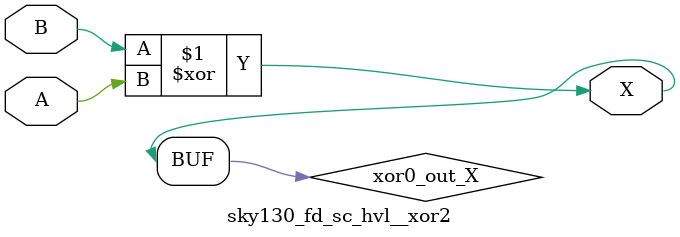
<source format=v>
/*
 * Copyright 2020 The SkyWater PDK Authors
 *
 * Licensed under the Apache License, Version 2.0 (the "License");
 * you may not use this file except in compliance with the License.
 * You may obtain a copy of the License at
 *
 *     https://www.apache.org/licenses/LICENSE-2.0
 *
 * Unless required by applicable law or agreed to in writing, software
 * distributed under the License is distributed on an "AS IS" BASIS,
 * WITHOUT WARRANTIES OR CONDITIONS OF ANY KIND, either express or implied.
 * See the License for the specific language governing permissions and
 * limitations under the License.
 *
 * SPDX-License-Identifier: Apache-2.0
*/


`ifndef SKY130_FD_SC_HVL__XOR2_FUNCTIONAL_V
`define SKY130_FD_SC_HVL__XOR2_FUNCTIONAL_V

/**
 * xor2: 2-input exclusive OR.
 *
 *       X = A ^ B
 *
 * Verilog simulation functional model.
 */

`timescale 1ns / 1ps
`default_nettype none

`celldefine
module sky130_fd_sc_hvl__xor2 (
    X,
    A,
    B
);

    // Module ports
    output X;
    input  A;
    input  B;

    // Local signals
    wire xor0_out_X;

    //  Name  Output      Other arguments
    xor xor0 (xor0_out_X, B, A           );
    buf buf0 (X         , xor0_out_X     );

endmodule
`endcelldefine

`default_nettype wire
`endif  // SKY130_FD_SC_HVL__XOR2_FUNCTIONAL_V

</source>
